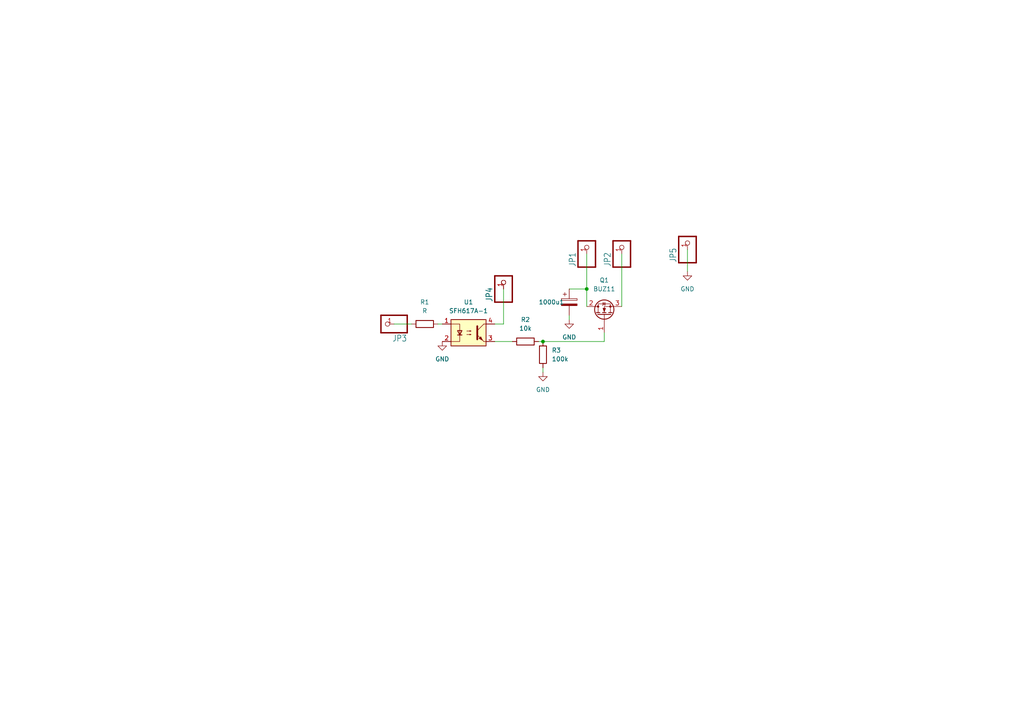
<source format=kicad_sch>
(kicad_sch (version 20211123) (generator eeschema)
  (paper "A4")
  (lib_symbols
    (symbol "Device:C_Polarized" (pin_numbers hide) (pin_names (offset 0.254))
      (property "Reference" "C" (at 0.635 2.54 0))
      (property "Value" "C_Polarized" (at 0.635 -2.54 0))
      (symbol "C_Polarized_0_1"
        (rectangle (start -2.286 0.508) (end 2.286 1.016))
        (polyline (pts (xy -1.778 2.286) (xy -0.762 2.286)))
        (polyline (pts (xy -1.27 2.794) (xy -1.27 1.778)))
        (rectangle (start 2.286 -0.508) (end -2.286 -1.016) (fill (type outline)))
      )
      (symbol "C_Polarized_1_1"
        (pin passive line (at 0 3.81 270) (length 2.794) (name "~") (number "1"))
        (pin passive line (at 0 -3.81 90) (length 2.794) (name "~") (number "2"))
      )
    )
    (symbol "Device:R" (pin_numbers hide) (pin_names (offset 0))
      (property "Reference" "R" (at 2.032 0 90))
      (property "Value" "R" (at 0 0 90))
      (symbol "R_0_1"
        (rectangle (start -1.016 -2.54) (end 1.016 2.54) (stroke (width 0.254)))
      )
      (symbol "R_1_1"
        (pin passive line (at 0 3.81 270) (length 1.27) (name "~") (number "1"))
        (pin passive line (at 0 -3.81 90) (length 1.27) (name "~") (number "2"))
      )
    )
    (symbol "Isolator:SFH617A-1" (pin_names (offset 1.016))
      (property "Reference" "U" (at -5.08 5.08 0))
      (property "Value" "SFH617A-1" (at 0 5.08 0))
      (symbol "SFH617A-1_0_1"
        (rectangle (start -5.08 3.81) (end 5.08 -3.81) (stroke (width 0.254)) (fill (type background)))
        (polyline (pts (xy -3.175 -0.635) (xy -1.905 -0.635)) (stroke (width 0.254)))
        (polyline (pts (xy 2.54 0.635) (xy 4.445 2.54)))
        (polyline (pts (xy 4.445 -2.54) (xy 2.54 -0.635)) (fill (type outline)))
        (polyline (pts (xy 4.445 -2.54) (xy 5.08 -2.54)))
        (polyline (pts (xy 4.445 2.54) (xy 5.08 2.54)))
        (polyline (pts (xy -2.54 -0.635) (xy -2.54 -2.54) (xy -5.08 -2.54)))
        (polyline (pts (xy 2.54 1.905) (xy 2.54 -1.905) (xy 2.54 -1.905)) (stroke (width 0.508)))
        (polyline (pts (xy -5.08 2.54) (xy -2.54 2.54) (xy -2.54 -1.27) (xy -2.54 0.635)))
        (polyline (pts (xy -2.54 -0.635) (xy -3.175 0.635) (xy -1.905 0.635) (xy -2.54 -0.635)) (stroke (width 0.254)))
        (polyline (pts (xy -0.508 -0.508) (xy 0.762 -0.508) (xy 0.381 -0.635) (xy 0.381 -0.381) (xy 0.762 -0.508)))
        (polyline (pts (xy -0.508 0.508) (xy 0.762 0.508) (xy 0.381 0.381) (xy 0.381 0.635) (xy 0.762 0.508)))
        (polyline (pts (xy 3.048 -1.651) (xy 3.556 -1.143) (xy 4.064 -2.159) (xy 3.048 -1.651) (xy 3.048 -1.651)) (fill (type outline)))
      )
      (symbol "SFH617A-1_1_1"
        (pin passive line (at -7.62 2.54 0) (length 2.54) (name "~") (number "1"))
        (pin passive line (at -7.62 -2.54 0) (length 2.54) (name "~") (number "2"))
        (pin passive line (at 7.62 -2.54 180) (length 2.54) (name "~") (number "3"))
        (pin passive line (at 7.62 2.54 180) (length 2.54) (name "~") (number "4"))
      )
    )
    (symbol "Main_board-eagle-import:PINHD-1X1"
      (property "Reference" "JP" (at -6.35 3.175 0))
      (property "Value" "PINHD-1X1" (at -6.35 -5.08 0))
      (symbol "PINHD-1X1_1_0"
        (polyline (pts (xy -6.35 -2.54) (xy 1.27 -2.54)) (stroke (width 0.4064)))
        (polyline (pts (xy -6.35 2.54) (xy -6.35 -2.54)) (stroke (width 0.4064)))
        (polyline (pts (xy 1.27 -2.54) (xy 1.27 2.54)) (stroke (width 0.4064)))
        (polyline (pts (xy 1.27 2.54) (xy -6.35 2.54)) (stroke (width 0.4064)))
        (pin passive inverted (at -2.54 0 0) (length 2.54) (name "1") (number "1"))
      )
    )
    (symbol "Transistor_FET:BUZ11" (pin_names hide)
      (property "Reference" "Q" (at 6.35 1.905 0))
      (property "Value" "BUZ11" (at 6.35 0 0))
      (symbol "BUZ11_0_1"
        (polyline (pts (xy 0.254 0) (xy -2.54 0)))
        (polyline (pts (xy 0.254 1.905) (xy 0.254 -1.905)) (stroke (width 0.254)))
        (polyline (pts (xy 0.762 -1.27) (xy 0.762 -2.286)) (stroke (width 0.254)))
        (polyline (pts (xy 0.762 0.508) (xy 0.762 -0.508)) (stroke (width 0.254)))
        (polyline (pts (xy 0.762 2.286) (xy 0.762 1.27)) (stroke (width 0.254)))
        (polyline (pts (xy 2.54 2.54) (xy 2.54 1.778)))
        (polyline (pts (xy 2.54 -2.54) (xy 2.54 0) (xy 0.762 0)))
        (polyline (pts (xy 0.762 -1.778) (xy 3.302 -1.778) (xy 3.302 1.778) (xy 0.762 1.778)))
        (polyline (pts (xy 1.016 0) (xy 2.032 0.381) (xy 2.032 -0.381) (xy 1.016 0)) (fill (type outline)))
        (polyline (pts (xy 2.794 0.508) (xy 2.921 0.381) (xy 3.683 0.381) (xy 3.81 0.254)))
        (polyline (pts (xy 3.302 0.381) (xy 2.921 -0.254) (xy 3.683 -0.254) (xy 3.302 0.381)))
        (circle (center 1.651 0) (radius 2.794) (stroke (width 0.254)))
        (circle (center 2.54 -1.778) (radius 0.254) (fill (type outline)))
        (circle (center 2.54 1.778) (radius 0.254) (fill (type outline)))
      )
      (symbol "BUZ11_1_1"
        (pin input line (at -5.08 0 0) (length 2.54) (name "G") (number "1"))
        (pin passive line (at 2.54 5.08 270) (length 2.54) (name "D") (number "2"))
        (pin passive line (at 2.54 -5.08 90) (length 2.54) (name "S") (number "3"))
      )
    )
    (symbol "power:GND" (power) (pin_names (offset 0))
      (property "Value" "GND" (at 0 -3.81 0))
      (symbol "GND_0_1"
        (polyline (pts (xy 0 0) (xy 0 -1.27) (xy 1.27 -1.27) (xy 0 -2.54) (xy -1.27 -1.27) (xy 0 -1.27)))
      )
      (symbol "GND_1_1"
        (pin power_in line (at 0 0 270) (length 0) hide (name "GND") (number "1"))
      )
    )
  )
  (junction (at 170.18 83.82))
  (junction (at 157.48 99.06))
  (wire (pts (xy 127 93.98) (xy 128.27 93.98)))
  (wire (pts (xy 146.05 83.82) (xy 146.05 93.98)))
  (wire (pts (xy 148.59 99.06) (xy 143.51 99.06)))
  (wire (pts (xy 199.39 72.39) (xy 199.39 78.74)))
  (wire (pts (xy 180.34 73.66) (xy 180.34 88.9)))
  (wire (pts (xy 170.18 73.66) (xy 170.18 83.82)))
  (wire (pts (xy 165.1 92.71) (xy 165.1 91.44)))
  (wire (pts (xy 165.1 83.82) (xy 170.18 83.82)))
  (wire (pts (xy 170.18 83.82) (xy 170.18 88.9)))
  (wire (pts (xy 157.48 107.95) (xy 157.48 106.68)))
  (wire (pts (xy 114.3 93.98) (xy 119.38 93.98)))
  (wire (pts (xy 175.26 99.06) (xy 175.26 96.52)))
  (wire (pts (xy 157.48 99.06) (xy 175.26 99.06)))
  (wire (pts (xy 157.48 99.06) (xy 156.21 99.06)))
  (wire (pts (xy 146.05 93.98) (xy 143.51 93.98)))
  (symbol (lib_id "Main_board-eagle-import:PINHD-1X1") (at 199.39 69.85 90) (unit 1)
    (property "Reference" "JP5" (at 196.215 76.2 0) (effects (font (size 1.778 1.5113)) (justify left bottom)))
    (property "Value" "PINHD-1X1" (effects hide))
    (property "Footprint" "Connector_Pin:Pin_D0.7mm_L6.5mm_W1.8mm_FlatFork" (effects hide))
  )
  (symbol (lib_id "Isolator:SFH617A-1") (at 135.89 96.52 0) (unit 1)
    (property "Reference" "U1" (at 135.89 87.63 0))
    (property "Value" "SFH617A-1" (at 135.89 90.17 0))
    (property "Footprint" "Package_DIP:DIP-4_W7.62mm" (effects hide))
    (property "Datasheet" "http://www.vishay.com/docs/83740/sfh617a.pdf" (effects hide))
  )
  (symbol (lib_id "power:GND") (at 157.48 107.95 0) (unit 1)
    (property "Reference" "#PWR0102" (effects hide))
    (property "Value" "GND" (at 157.48 113.03 0))
  )
  (symbol (lib_id "Main_board-eagle-import:PINHD-1X1") (at 111.76 93.98 180) (unit 1)
    (property "Reference" "JP3" (at 118.11 97.155 0) (effects (font (size 1.778 1.5113)) (justify left bottom)))
    (property "Value" "PINHD-1X1" (effects hide))
    (property "Footprint" "Connector_Pin:Pin_D0.7mm_L6.5mm_W1.8mm_FlatFork" (effects hide))
  )
  (symbol (lib_id "Main_board-eagle-import:PINHD-1X1") (at 180.34 71.12 90) (unit 1)
    (property "Reference" "JP2" (at 177.165 77.47 0) (effects (font (size 1.778 1.5113)) (justify left bottom)))
    (property "Value" "PINHD-1X1" (effects hide))
    (property "Footprint" "Connector_Pin:Pin_D0.7mm_L6.5mm_W1.8mm_FlatFork" (effects hide))
  )
  (symbol (lib_id "power:GND") (at 128.27 99.06 0) (unit 1)
    (property "Reference" "#PWR0103" (effects hide))
    (property "Value" "GND" (at 128.27 104.14 0))
  )
  (symbol (lib_id "Device:R") (at 123.19 93.98 90) (unit 1)
    (property "Reference" "R1" (at 123.19 87.63 90))
    (property "Value" "R" (at 123.19 90.17 90))
    (property "Footprint" "Resistor_THT:R_Axial_DIN0207_L6.3mm_D2.5mm_P10.16mm_Horizontal" (effects hide))
  )
  (symbol (lib_id "Device:C_Polarized") (at 165.1 87.63 0) (unit 1)
    (property "Reference" "1000u1" (at 156.21 87.63 0) (effects (justify left)))
    (property "Value" "C_Polarized" (effects hide))
    (property "Footprint" "Capacitor_THT:CP_Radial_D10.0mm_P5.00mm" (effects hide))
  )
  (symbol (lib_id "Transistor_FET:BUZ11") (at 175.26 91.44 90) (unit 1)
    (property "Reference" "Q1" (at 175.26 81.28 90))
    (property "Value" "BUZ11" (at 175.26 83.82 90))
    (property "Footprint" "Package_TO_SOT_THT:TO-220-3_Vertical" (effects hide))
    (property "Datasheet" "https://media.digikey.com/pdf/Data%20Sheets/Fairchild%20PDFs/BUZ11.pdf" (effects hide))
  )
  (symbol (lib_id "Main_board-eagle-import:PINHD-1X1") (at 170.18 71.12 90) (unit 1)
    (property "Reference" "JP1" (at 167.005 77.47 0) (effects (font (size 1.778 1.5113)) (justify left bottom)))
    (property "Value" "PINHD-1X1" (effects hide))
    (property "Footprint" "Connector_Pin:Pin_D0.7mm_L6.5mm_W1.8mm_FlatFork" (effects hide))
  )
  (symbol (lib_id "Main_board-eagle-import:PINHD-1X1") (at 146.05 81.28 90) (unit 1)
    (property "Reference" "JP4" (at 142.875 87.63 0) (effects (font (size 1.778 1.5113)) (justify left bottom)))
    (property "Value" "PINHD-1X1" (effects hide))
    (property "Footprint" "Connector_Pin:Pin_D0.7mm_L6.5mm_W1.8mm_FlatFork" (effects hide))
  )
  (symbol (lib_id "power:GND") (at 165.1 92.71 0) (unit 1)
    (property "Reference" "#PWR0101" (effects hide))
    (property "Value" "GND" (at 165.1 97.79 0))
  )
  (symbol (lib_id "Device:R") (at 152.4 99.06 90) (unit 1)
    (property "Reference" "R2" (at 152.4 92.71 90))
    (property "Value" "10k" (at 152.4 95.25 90))
    (property "Footprint" "Resistor_THT:R_Axial_DIN0207_L6.3mm_D2.5mm_P10.16mm_Horizontal" (effects hide))
  )
  (symbol (lib_id "power:GND") (at 199.39 78.74 0) (unit 1)
    (property "Reference" "#PWR0104" (effects hide))
    (property "Value" "GND" (at 199.39 83.82 0))
  )
  (symbol (lib_id "Device:R") (at 157.48 102.87 0) (unit 1)
    (property "Reference" "R3" (at 160.02 101.5999 0) (effects (justify left)))
    (property "Value" "100k" (at 160.02 104.1399 0) (effects (justify left)))
    (property "Footprint" "Resistor_THT:R_Axial_DIN0207_L6.3mm_D2.5mm_P10.16mm_Horizontal" (effects hide))
  )
)
</source>
